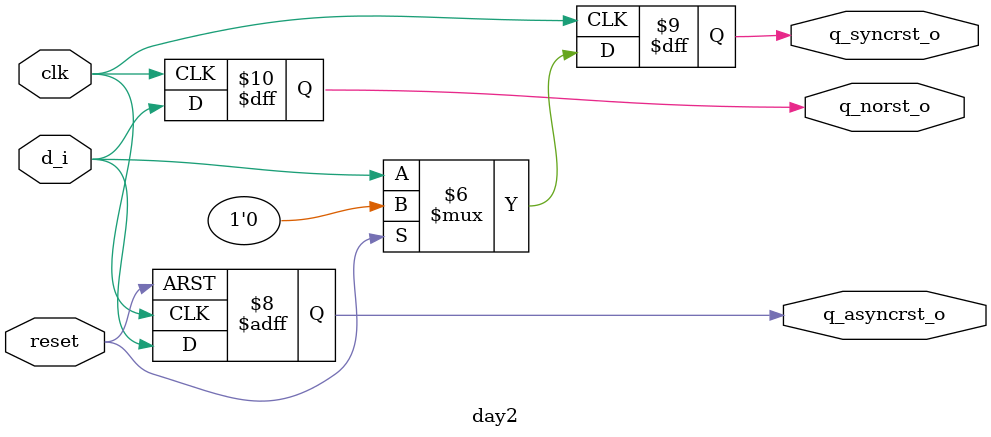
<source format=sv>

module day2 (
  input     logic      clk,
  input     logic      reset,

  input     logic      d_i,

  output    logic      q_norst_o,
  output    logic      q_syncrst_o,
  output    logic      q_asyncrst_o
);

  // Write your logic here...
  always_ff@(posedge clk) 
    begin
      q_norst_o <= d_i;
    end
  
  always_ff@(posedge clk)
    begin
      if(reset)
        q_syncrst_o <= 1'b0;
      else
        q_syncrst_o	<= d_i;
    end
	
  always_ff@(posedge clk,negedge reset)
    begin
      if(!reset)
        q_asyncrst_o <= 1'b0;
      else
        q_asyncrst_o	<= d_i;
    end
endmodule

</source>
